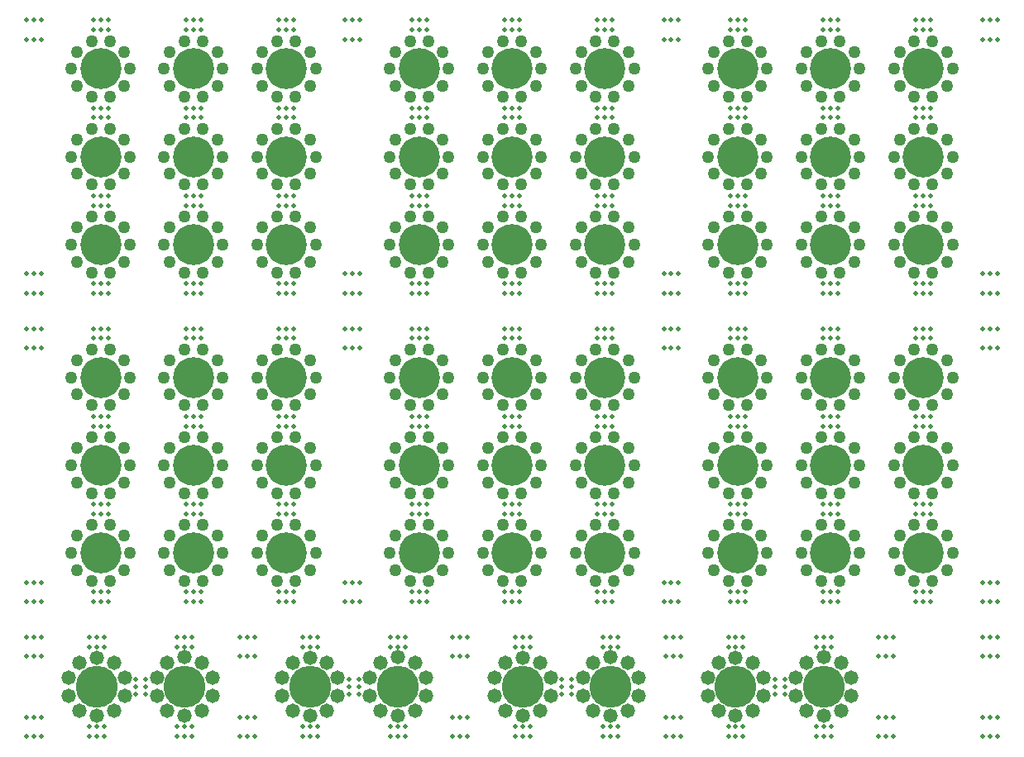
<source format=gts>
G04 #@! TF.GenerationSoftware,KiCad,Pcbnew,7.0.11*
G04 #@! TF.CreationDate,2024-05-30T18:22:35+10:00*
G04 #@! TF.ProjectId,PercPlugPanel_v1.02,50657263-506c-4756-9750-616e656c5f76,rev?*
G04 #@! TF.SameCoordinates,Original*
G04 #@! TF.FileFunction,Soldermask,Top*
G04 #@! TF.FilePolarity,Negative*
%FSLAX46Y46*%
G04 Gerber Fmt 4.6, Leading zero omitted, Abs format (unit mm)*
G04 Created by KiCad (PCBNEW 7.0.11) date 2024-05-30 18:22:35*
%MOMM*%
%LPD*%
G01*
G04 APERTURE LIST*
G04 Aperture macros list*
%AMRoundRect*
0 Rectangle with rounded corners*
0 $1 Rounding radius*
0 $2 $3 $4 $5 $6 $7 $8 $9 X,Y pos of 4 corners*
0 Add a 4 corners polygon primitive as box body*
4,1,4,$2,$3,$4,$5,$6,$7,$8,$9,$2,$3,0*
0 Add four circle primitives for the rounded corners*
1,1,$1+$1,$2,$3*
1,1,$1+$1,$4,$5*
1,1,$1+$1,$6,$7*
1,1,$1+$1,$8,$9*
0 Add four rect primitives between the rounded corners*
20,1,$1+$1,$2,$3,$4,$5,0*
20,1,$1+$1,$4,$5,$6,$7,0*
20,1,$1+$1,$6,$7,$8,$9,0*
20,1,$1+$1,$8,$9,$2,$3,0*%
G04 Aperture macros list end*
%ADD10C,4.303200*%
%ADD11C,1.473200*%
%ADD12C,0.500000*%
%ADD13RoundRect,0.635000X0.000000X0.000000X0.000000X0.000000X0.000000X0.000000X0.000000X0.000000X0*%
%ADD14RoundRect,2.100000X0.000000X0.000000X0.000000X0.000000X0.000000X0.000000X0.000000X0.000000X0*%
G04 APERTURE END LIST*
D10*
X134002058Y-119295247D03*
X125004521Y-119299997D03*
X112202058Y-119295247D03*
X103204521Y-119299997D03*
X90402058Y-119295247D03*
X81404521Y-119299997D03*
D11*
X87548890Y-120222297D03*
X88638705Y-121722297D03*
X90402058Y-122295247D03*
X92165411Y-121722297D03*
X93255226Y-120222297D03*
X93255226Y-118368197D03*
X92165411Y-116868197D03*
X90402058Y-116295247D03*
X88638705Y-116868197D03*
X87548890Y-118368197D03*
D10*
X68602058Y-119295247D03*
D11*
X62457689Y-118372947D03*
X61367874Y-116872947D03*
X59604521Y-116299997D03*
X57841168Y-116872947D03*
X56751353Y-118372947D03*
X56751353Y-120227047D03*
X57841168Y-121727047D03*
X59604521Y-122299997D03*
X61367874Y-121727047D03*
X62457689Y-120227047D03*
D10*
X59604521Y-119299997D03*
D12*
X78239999Y-101600000D03*
X78239999Y-100600000D03*
X79759999Y-101600000D03*
X78999999Y-100600000D03*
X78999999Y-101600000D03*
X79759999Y-100600000D03*
D13*
X68572950Y-62146832D03*
X67072950Y-63236647D03*
X66500000Y-65000000D03*
X67072950Y-66763353D03*
X68572950Y-67853168D03*
X70427050Y-67853168D03*
X71927050Y-66763353D03*
X72500000Y-65000000D03*
X71927050Y-63236647D03*
X70427050Y-62146832D03*
D14*
X69500000Y-65000000D03*
D12*
X102099999Y-110600000D03*
X102859999Y-109600000D03*
X102099999Y-109600000D03*
X101339999Y-109600000D03*
X101339999Y-110600000D03*
X102859999Y-110600000D03*
D13*
X143272950Y-71146832D03*
X141772950Y-72236647D03*
X141200000Y-74000000D03*
X141772950Y-75763353D03*
X143272950Y-76853168D03*
X145127050Y-76853168D03*
X146627050Y-75763353D03*
X147200000Y-74000000D03*
X146627050Y-72236647D03*
X145127050Y-71146832D03*
D14*
X144200000Y-74000000D03*
D12*
X125200000Y-109600000D03*
X125960000Y-109600000D03*
X125200000Y-110600000D03*
X124440000Y-110600000D03*
X124440000Y-109600000D03*
X125960000Y-110600000D03*
D13*
X59072951Y-84746832D03*
X57572951Y-85836647D03*
X57000001Y-87600000D03*
X57572951Y-89363353D03*
X59072951Y-90453168D03*
X60927051Y-90453168D03*
X62427051Y-89363353D03*
X63000001Y-87600000D03*
X62427051Y-85836647D03*
X60927051Y-84746832D03*
D14*
X60000001Y-87600000D03*
D12*
X68602053Y-123395244D03*
X69362053Y-124395244D03*
X67842053Y-124395244D03*
X68602053Y-124395244D03*
X69362053Y-123395244D03*
X67842053Y-123395244D03*
X96040000Y-124400000D03*
X96040000Y-122400000D03*
X97560000Y-124400000D03*
X96800000Y-124400000D03*
X97560000Y-122400000D03*
X96800000Y-122400000D03*
X112359999Y-61000000D03*
X112359999Y-60000000D03*
X110839999Y-61000000D03*
X111599999Y-60000000D03*
X110839999Y-60000000D03*
X111599999Y-61000000D03*
D13*
X101172950Y-93746832D03*
X99672950Y-94836647D03*
X99100000Y-96600000D03*
X99672950Y-98363353D03*
X101172950Y-99453168D03*
X103027050Y-99453168D03*
X104527050Y-98363353D03*
X105100000Y-96600000D03*
X104527050Y-94836647D03*
X103027050Y-93746832D03*
D14*
X102100000Y-96600000D03*
D13*
X124272951Y-84746832D03*
X122772951Y-85836647D03*
X122200001Y-87600000D03*
X122772951Y-89363353D03*
X124272951Y-90453168D03*
X126127051Y-90453168D03*
X127627051Y-89363353D03*
X128200001Y-87600000D03*
X127627051Y-85836647D03*
X126127051Y-84746832D03*
D14*
X125200001Y-87600000D03*
D12*
X69499999Y-52000000D03*
X70259999Y-51000000D03*
X68739999Y-52000000D03*
X68739999Y-51000000D03*
X69499999Y-51000000D03*
X70259999Y-52000000D03*
X90402053Y-114195244D03*
X91162053Y-115195244D03*
X90402053Y-115195244D03*
X91162053Y-114195244D03*
X89642053Y-114195244D03*
X89642053Y-115195244D03*
X59240000Y-83600000D03*
X60760000Y-82600000D03*
X60000000Y-83600000D03*
X60000000Y-82600000D03*
X60760000Y-83600000D03*
X59240000Y-82600000D03*
D13*
X78072950Y-84746832D03*
X76572950Y-85836647D03*
X76000000Y-87600000D03*
X76572950Y-89363353D03*
X78072950Y-90453168D03*
X79927050Y-90453168D03*
X81427050Y-89363353D03*
X82000000Y-87600000D03*
X81427050Y-85836647D03*
X79927050Y-84746832D03*
D14*
X79000000Y-87600000D03*
D12*
X78999999Y-109600000D03*
X78239999Y-110600000D03*
X79759999Y-109600000D03*
X78239999Y-109600000D03*
X79759999Y-110600000D03*
X78999999Y-110600000D03*
D13*
X101172950Y-84746832D03*
X99672950Y-85836647D03*
X99100000Y-87600000D03*
X99672950Y-89363353D03*
X101172950Y-90453168D03*
X103027050Y-90453168D03*
X104527050Y-89363353D03*
X105100000Y-87600000D03*
X104527050Y-85836647D03*
X103027050Y-84746832D03*
D14*
X102100000Y-87600000D03*
D12*
X68739999Y-60000000D03*
X70259999Y-60000000D03*
X68739999Y-61000000D03*
X69499999Y-60000000D03*
X69499999Y-61000000D03*
X70259999Y-61000000D03*
X75760000Y-114200000D03*
X75000000Y-116200000D03*
X74240000Y-114200000D03*
X75760000Y-116200000D03*
X74240000Y-116200000D03*
X75000000Y-114200000D03*
X133939999Y-92600000D03*
X134699999Y-92600000D03*
X134699999Y-91600000D03*
X135459999Y-91600000D03*
X133939999Y-91600000D03*
X135459999Y-92600000D03*
X144199999Y-70000000D03*
X144959999Y-70000000D03*
X143439999Y-69000000D03*
X143439999Y-70000000D03*
X144199999Y-69000000D03*
X144959999Y-69000000D03*
X125200000Y-100600000D03*
X124440000Y-101600000D03*
X125200000Y-101600000D03*
X125960000Y-101600000D03*
X125960000Y-100600000D03*
X124440000Y-100600000D03*
X85404526Y-118540000D03*
X86404526Y-118540000D03*
X85404526Y-120060000D03*
X86404526Y-120060000D03*
X86404526Y-119300000D03*
X85404526Y-119300000D03*
X110839999Y-70000000D03*
X112359999Y-70000000D03*
X111599999Y-69000000D03*
X111599999Y-70000000D03*
X112359999Y-69000000D03*
X110839999Y-69000000D03*
D13*
X133772950Y-71146832D03*
X132272950Y-72236647D03*
X131700000Y-74000000D03*
X132272950Y-75763353D03*
X133772950Y-76853168D03*
X135627050Y-76853168D03*
X137127050Y-75763353D03*
X137700000Y-74000000D03*
X137127050Y-72236647D03*
X135627050Y-71146832D03*
D14*
X134700000Y-74000000D03*
D13*
X78072950Y-93746832D03*
X76572950Y-94836647D03*
X76000000Y-96600000D03*
X76572950Y-98363353D03*
X78072950Y-99453168D03*
X79927050Y-99453168D03*
X81427050Y-98363353D03*
X82000000Y-96600000D03*
X81427050Y-94836647D03*
X79927050Y-93746832D03*
D14*
X79000000Y-96600000D03*
D12*
X144199999Y-92600000D03*
X144199999Y-91600000D03*
X143439999Y-91600000D03*
X144959999Y-92600000D03*
X143439999Y-92600000D03*
X144959999Y-91600000D03*
X133939999Y-79000000D03*
X133939999Y-78000000D03*
X135459999Y-79000000D03*
X135459999Y-78000000D03*
X134699999Y-79000000D03*
X134699999Y-78000000D03*
X79759999Y-60000000D03*
X79759999Y-61000000D03*
X78239999Y-60000000D03*
X78999999Y-60000000D03*
X78239999Y-61000000D03*
X78999999Y-61000000D03*
X70259999Y-92600000D03*
X69499999Y-91600000D03*
X68739999Y-92600000D03*
X70259999Y-91600000D03*
X69499999Y-92600000D03*
X68739999Y-91600000D03*
D11*
X127857689Y-118372947D03*
X126767874Y-116872947D03*
X125004521Y-116299997D03*
X123241168Y-116872947D03*
X122151353Y-118372947D03*
X122151353Y-120227047D03*
X123241168Y-121727047D03*
X125004521Y-122299997D03*
X126767874Y-121727047D03*
X127857689Y-120227047D03*
D13*
X143272950Y-53146832D03*
X141772950Y-54236647D03*
X141200000Y-56000000D03*
X141772950Y-57763353D03*
X143272950Y-58853168D03*
X145127050Y-58853168D03*
X146627050Y-57763353D03*
X147200000Y-56000000D03*
X146627050Y-54236647D03*
X145127050Y-53146832D03*
D14*
X144200000Y-56000000D03*
D12*
X144199999Y-52000000D03*
X143439999Y-51000000D03*
X144959999Y-51000000D03*
X143439999Y-52000000D03*
X144199999Y-51000000D03*
X144959999Y-52000000D03*
D13*
X124272951Y-53146832D03*
X122772951Y-54236647D03*
X122200001Y-56000000D03*
X122772951Y-57763353D03*
X124272951Y-58853168D03*
X126127051Y-58853168D03*
X127627051Y-57763353D03*
X128200001Y-56000000D03*
X127627051Y-54236647D03*
X126127051Y-53146832D03*
D14*
X125200001Y-56000000D03*
D12*
X60000000Y-92600000D03*
X60760000Y-91600000D03*
X59240000Y-92600000D03*
X60000000Y-91600000D03*
X60760000Y-92600000D03*
X59240000Y-91600000D03*
D13*
X124272951Y-62146832D03*
X122772951Y-63236647D03*
X122200001Y-65000000D03*
X122772951Y-66763353D03*
X124272951Y-67853168D03*
X126127051Y-67853168D03*
X127627051Y-66763353D03*
X128200001Y-65000000D03*
X127627051Y-63236647D03*
X126127051Y-62146832D03*
D14*
X125200001Y-65000000D03*
D13*
X91672951Y-93746832D03*
X90172951Y-94836647D03*
X89600001Y-96600000D03*
X90172951Y-98363353D03*
X91672951Y-99453168D03*
X93527051Y-99453168D03*
X95027051Y-98363353D03*
X95600001Y-96600000D03*
X95027051Y-94836647D03*
X93527051Y-93746832D03*
D14*
X92600001Y-96600000D03*
D13*
X133772950Y-93746832D03*
X132272950Y-94836647D03*
X131700000Y-96600000D03*
X132272950Y-98363353D03*
X133772950Y-99453168D03*
X135627050Y-99453168D03*
X137127050Y-98363353D03*
X137700000Y-96600000D03*
X137127050Y-94836647D03*
X135627050Y-93746832D03*
D14*
X134700000Y-96600000D03*
D13*
X143272950Y-102746832D03*
X141772950Y-103836647D03*
X141200000Y-105600000D03*
X141772950Y-107363353D03*
X143272950Y-108453168D03*
X145127050Y-108453168D03*
X146627050Y-107363353D03*
X147200000Y-105600000D03*
X146627050Y-103836647D03*
X145127050Y-102746832D03*
D14*
X144200000Y-105600000D03*
D12*
X103964526Y-115200000D03*
X102444526Y-115200000D03*
X103964526Y-114200000D03*
X103204526Y-114200000D03*
X102444526Y-114200000D03*
X103204526Y-115200000D03*
X135459999Y-101600000D03*
X133939999Y-101600000D03*
X134699999Y-100600000D03*
X135459999Y-100600000D03*
X133939999Y-100600000D03*
X134699999Y-101600000D03*
X91840000Y-79000000D03*
X92600000Y-79000000D03*
X93360000Y-79000000D03*
X93360000Y-78000000D03*
X91840000Y-78000000D03*
X92600000Y-78000000D03*
X78999999Y-91600000D03*
X79759999Y-92600000D03*
X79759999Y-91600000D03*
X78999999Y-92600000D03*
X78239999Y-91600000D03*
X78239999Y-92600000D03*
D13*
X133772950Y-62146832D03*
X132272950Y-63236647D03*
X131700000Y-65000000D03*
X132272950Y-66763353D03*
X133772950Y-67853168D03*
X135627050Y-67853168D03*
X137127050Y-66763353D03*
X137700000Y-65000000D03*
X137127050Y-63236647D03*
X135627050Y-62146832D03*
D14*
X134700000Y-65000000D03*
D12*
X70259999Y-101600000D03*
X69499999Y-100600000D03*
X68739999Y-101600000D03*
X70259999Y-100600000D03*
X69499999Y-101600000D03*
X68739999Y-100600000D03*
D11*
X106057689Y-118372947D03*
X104967874Y-116872947D03*
X103204521Y-116299997D03*
X101441168Y-116872947D03*
X100351353Y-118372947D03*
X100351353Y-120227047D03*
X101441168Y-121727047D03*
X103204521Y-122299997D03*
X104967874Y-121727047D03*
X106057689Y-120227047D03*
D13*
X124272951Y-71146832D03*
X122772951Y-72236647D03*
X122200001Y-74000000D03*
X122772951Y-75763353D03*
X124272951Y-76853168D03*
X126127051Y-76853168D03*
X127627051Y-75763353D03*
X128200001Y-74000000D03*
X127627051Y-72236647D03*
X126127051Y-71146832D03*
D14*
X125200001Y-74000000D03*
D12*
X102859999Y-79000000D03*
X101339999Y-78000000D03*
X101339999Y-79000000D03*
X102859999Y-78000000D03*
X102099999Y-78000000D03*
X102099999Y-79000000D03*
X69499999Y-69000000D03*
X70259999Y-70000000D03*
X68739999Y-69000000D03*
X68739999Y-70000000D03*
X70259999Y-69000000D03*
X69499999Y-70000000D03*
X111599999Y-83600000D03*
X111599999Y-82600000D03*
X110839999Y-83600000D03*
X112359999Y-83600000D03*
X110839999Y-82600000D03*
X112359999Y-82600000D03*
X112359999Y-92600000D03*
X112359999Y-91600000D03*
X111599999Y-91600000D03*
X110839999Y-91600000D03*
X110839999Y-92600000D03*
X111599999Y-92600000D03*
X91840000Y-60000000D03*
X93360000Y-60000000D03*
X92600000Y-60000000D03*
X93360000Y-61000000D03*
X92600000Y-61000000D03*
X91840000Y-61000000D03*
X93360000Y-100600000D03*
X92600000Y-101600000D03*
X93360000Y-101600000D03*
X92600000Y-100600000D03*
X91840000Y-101600000D03*
X91840000Y-100600000D03*
X144199999Y-82600000D03*
X143439999Y-82600000D03*
X143439999Y-83600000D03*
X144959999Y-82600000D03*
X144959999Y-83600000D03*
X144199999Y-83600000D03*
X60364526Y-123400000D03*
X58844526Y-123400000D03*
X60364526Y-124400000D03*
X59604526Y-123400000D03*
X59604526Y-124400000D03*
X58844526Y-124400000D03*
X117640000Y-53000000D03*
X118400000Y-53000000D03*
X118400000Y-51000000D03*
X117640000Y-51000000D03*
X119160000Y-53000000D03*
X119160000Y-51000000D03*
D13*
X133772950Y-102746832D03*
X132272950Y-103836647D03*
X131700000Y-105600000D03*
X132272950Y-107363353D03*
X133772950Y-108453168D03*
X135627050Y-108453168D03*
X137127050Y-107363353D03*
X137700000Y-105600000D03*
X137127050Y-103836647D03*
X135627050Y-102746832D03*
D14*
X134700000Y-105600000D03*
D12*
X125960000Y-91600000D03*
X124440000Y-92600000D03*
X125960000Y-92600000D03*
X125200000Y-91600000D03*
X125200000Y-92600000D03*
X124440000Y-91600000D03*
D13*
X110672950Y-62146832D03*
X109172950Y-63236647D03*
X108600000Y-65000000D03*
X109172950Y-66763353D03*
X110672950Y-67853168D03*
X112527050Y-67853168D03*
X114027050Y-66763353D03*
X114600000Y-65000000D03*
X114027050Y-63236647D03*
X112527050Y-62146832D03*
D14*
X111600000Y-65000000D03*
D13*
X91672951Y-102746832D03*
X90172951Y-103836647D03*
X89600001Y-105600000D03*
X90172951Y-107363353D03*
X91672951Y-108453168D03*
X93527051Y-108453168D03*
X95027051Y-107363353D03*
X95600001Y-105600000D03*
X95027051Y-103836647D03*
X93527051Y-102746832D03*
D14*
X92600001Y-105600000D03*
D12*
X119360000Y-114200000D03*
X119360000Y-116200000D03*
X117840000Y-114200000D03*
X117840000Y-116200000D03*
X118600000Y-116200000D03*
X118600000Y-114200000D03*
D11*
X131148890Y-120222297D03*
X132238705Y-121722297D03*
X134002058Y-122295247D03*
X135765411Y-121722297D03*
X136855226Y-120222297D03*
X136855226Y-118368197D03*
X135765411Y-116868197D03*
X134002058Y-116295247D03*
X132238705Y-116868197D03*
X131148890Y-118368197D03*
D13*
X110672950Y-53146832D03*
X109172950Y-54236647D03*
X108600000Y-56000000D03*
X109172950Y-57763353D03*
X110672950Y-58853168D03*
X112527050Y-58853168D03*
X114027050Y-57763353D03*
X114600000Y-56000000D03*
X114027050Y-54236647D03*
X112527050Y-53146832D03*
D14*
X111600000Y-56000000D03*
D13*
X91672951Y-71146832D03*
X90172951Y-72236647D03*
X89600001Y-74000000D03*
X90172951Y-75763353D03*
X91672951Y-76853168D03*
X93527051Y-76853168D03*
X95027051Y-75763353D03*
X95600001Y-74000000D03*
X95027051Y-72236647D03*
X93527051Y-71146832D03*
D14*
X92600001Y-74000000D03*
D12*
X69362053Y-115195244D03*
X68602053Y-114195244D03*
X69362053Y-114195244D03*
X68602053Y-115195244D03*
X67842053Y-115195244D03*
X67842053Y-114195244D03*
X60760000Y-101600000D03*
X59240000Y-100600000D03*
X60000000Y-101600000D03*
X60000000Y-100600000D03*
X60760000Y-100600000D03*
X59240000Y-101600000D03*
X78239999Y-78000000D03*
X78999999Y-78000000D03*
X79759999Y-79000000D03*
X78239999Y-79000000D03*
X79759999Y-78000000D03*
X78999999Y-79000000D03*
X59240000Y-70000000D03*
X60760000Y-69000000D03*
X60000000Y-70000000D03*
X59240000Y-69000000D03*
X60000000Y-69000000D03*
X60760000Y-70000000D03*
X78999999Y-70000000D03*
X79759999Y-70000000D03*
X79759999Y-69000000D03*
X78999999Y-69000000D03*
X78239999Y-70000000D03*
X78239999Y-69000000D03*
X125200000Y-61000000D03*
X125960000Y-61000000D03*
X124440000Y-61000000D03*
X125200000Y-60000000D03*
X125960000Y-60000000D03*
X124440000Y-60000000D03*
D13*
X68572950Y-84746832D03*
X67072950Y-85836647D03*
X66500000Y-87600000D03*
X67072950Y-89363353D03*
X68572950Y-90453168D03*
X70427050Y-90453168D03*
X71927050Y-89363353D03*
X72500000Y-87600000D03*
X71927050Y-85836647D03*
X70427050Y-84746832D03*
D14*
X69500000Y-87600000D03*
D12*
X124244526Y-114200000D03*
X125764526Y-114200000D03*
X125764526Y-115200000D03*
X125004526Y-114200000D03*
X124244526Y-115200000D03*
X125004526Y-115200000D03*
X52440000Y-82600000D03*
X52440000Y-84600000D03*
X53960000Y-82600000D03*
X53200000Y-84600000D03*
X53200000Y-82600000D03*
X53960000Y-84600000D03*
X150240000Y-53000000D03*
X151760000Y-53000000D03*
X150240000Y-51000000D03*
X151000000Y-51000000D03*
X151000000Y-53000000D03*
X151760000Y-51000000D03*
X133939999Y-69000000D03*
X134699999Y-69000000D03*
X134699999Y-70000000D03*
X135459999Y-69000000D03*
X135459999Y-70000000D03*
X133939999Y-70000000D03*
X102859999Y-83600000D03*
X102099999Y-82600000D03*
X102099999Y-83600000D03*
X101339999Y-82600000D03*
X102859999Y-82600000D03*
X101339999Y-83600000D03*
D13*
X59072951Y-71146832D03*
X57572951Y-72236647D03*
X57000001Y-74000000D03*
X57572951Y-75763353D03*
X59072951Y-76853168D03*
X60927051Y-76853168D03*
X62427051Y-75763353D03*
X63000001Y-74000000D03*
X62427051Y-72236647D03*
X60927051Y-71146832D03*
D14*
X60000001Y-74000000D03*
D13*
X101172950Y-102746832D03*
X99672950Y-103836647D03*
X99100000Y-105600000D03*
X99672950Y-107363353D03*
X101172950Y-108453168D03*
X103027050Y-108453168D03*
X104527050Y-107363353D03*
X105100000Y-105600000D03*
X104527050Y-103836647D03*
X103027050Y-102746832D03*
D14*
X102100000Y-105600000D03*
D13*
X133772950Y-53146832D03*
X132272950Y-54236647D03*
X131700000Y-56000000D03*
X132272950Y-57763353D03*
X133772950Y-58853168D03*
X135627050Y-58853168D03*
X137127050Y-57763353D03*
X137700000Y-56000000D03*
X137127050Y-54236647D03*
X135627050Y-53146832D03*
D14*
X134700000Y-56000000D03*
D12*
X64604526Y-120060000D03*
X63604526Y-120060000D03*
X64604526Y-119300000D03*
X64604526Y-118540000D03*
X63604526Y-118540000D03*
X63604526Y-119300000D03*
D11*
X84257689Y-118372947D03*
X83167874Y-116872947D03*
X81404521Y-116299997D03*
X79641168Y-116872947D03*
X78551353Y-118372947D03*
X78551353Y-120227047D03*
X79641168Y-121727047D03*
X81404521Y-122299997D03*
X83167874Y-121727047D03*
X84257689Y-120227047D03*
D12*
X133939999Y-83600000D03*
X135459999Y-82600000D03*
X135459999Y-83600000D03*
X134699999Y-82600000D03*
X134699999Y-83600000D03*
X133939999Y-82600000D03*
X53960000Y-79000000D03*
X53200000Y-79000000D03*
X53960000Y-77000000D03*
X52440000Y-79000000D03*
X52440000Y-77000000D03*
X53200000Y-77000000D03*
D13*
X124272951Y-102746832D03*
X122772951Y-103836647D03*
X122200001Y-105600000D03*
X122772951Y-107363353D03*
X124272951Y-108453168D03*
X126127051Y-108453168D03*
X127627051Y-107363353D03*
X128200001Y-105600000D03*
X127627051Y-103836647D03*
X126127051Y-102746832D03*
D14*
X125200001Y-105600000D03*
D12*
X112359999Y-51000000D03*
X110839999Y-51000000D03*
X112359999Y-52000000D03*
X110839999Y-52000000D03*
X111599999Y-52000000D03*
X111599999Y-51000000D03*
X93360000Y-69000000D03*
X91840000Y-70000000D03*
X92600000Y-69000000D03*
X91840000Y-69000000D03*
X93360000Y-70000000D03*
X92600000Y-70000000D03*
D13*
X59072951Y-53146832D03*
X57572951Y-54236647D03*
X57000001Y-56000000D03*
X57572951Y-57763353D03*
X59072951Y-58853168D03*
X60927051Y-58853168D03*
X62427051Y-57763353D03*
X63000001Y-56000000D03*
X62427051Y-54236647D03*
X60927051Y-53146832D03*
D14*
X60000001Y-56000000D03*
D13*
X91672951Y-53146832D03*
X90172951Y-54236647D03*
X89600001Y-56000000D03*
X90172951Y-57763353D03*
X91672951Y-58853168D03*
X93527051Y-58853168D03*
X95027051Y-57763353D03*
X95600001Y-56000000D03*
X95027051Y-54236647D03*
X93527051Y-53146832D03*
D14*
X92600001Y-56000000D03*
D12*
X68739999Y-109600000D03*
X70259999Y-109600000D03*
X70259999Y-110600000D03*
X69499999Y-109600000D03*
X69499999Y-110600000D03*
X68739999Y-110600000D03*
X60000000Y-78000000D03*
X60760000Y-78000000D03*
X59240000Y-79000000D03*
X60000000Y-79000000D03*
X59240000Y-78000000D03*
X60760000Y-79000000D03*
X110839999Y-110600000D03*
X111599999Y-109600000D03*
X111599999Y-110600000D03*
X112359999Y-109600000D03*
X112359999Y-110600000D03*
X110839999Y-109600000D03*
X112202053Y-124395244D03*
X112962053Y-123395244D03*
X112962053Y-124395244D03*
X112202053Y-123395244D03*
X111442053Y-123395244D03*
X111442053Y-124395244D03*
X69499999Y-79000000D03*
X70259999Y-78000000D03*
X68739999Y-79000000D03*
X70259999Y-79000000D03*
X68739999Y-78000000D03*
X69499999Y-78000000D03*
X135459999Y-110600000D03*
X134699999Y-110600000D03*
X134699999Y-109600000D03*
X133939999Y-110600000D03*
X135459999Y-109600000D03*
X133939999Y-109600000D03*
X144959999Y-100600000D03*
X144199999Y-100600000D03*
X144199999Y-101600000D03*
X143439999Y-101600000D03*
X144959999Y-101600000D03*
X143439999Y-100600000D03*
D13*
X78072950Y-102746832D03*
X76572950Y-103836647D03*
X76000000Y-105600000D03*
X76572950Y-107363353D03*
X78072950Y-108453168D03*
X79927050Y-108453168D03*
X81427050Y-107363353D03*
X82000000Y-105600000D03*
X81427050Y-103836647D03*
X79927050Y-102746832D03*
D14*
X79000000Y-105600000D03*
D12*
X103964526Y-124400000D03*
X102444526Y-124400000D03*
X103204526Y-124400000D03*
X103964526Y-123400000D03*
X103204526Y-123400000D03*
X102444526Y-123400000D03*
X151760000Y-82600000D03*
X151000000Y-84600000D03*
X150240000Y-84600000D03*
X151000000Y-82600000D03*
X151760000Y-84600000D03*
X150240000Y-82600000D03*
X59240000Y-52000000D03*
X60760000Y-51000000D03*
X60760000Y-52000000D03*
X60000000Y-51000000D03*
X60000000Y-52000000D03*
X59240000Y-51000000D03*
D13*
X68572950Y-93746832D03*
X67072950Y-94836647D03*
X66500000Y-96600000D03*
X67072950Y-98363353D03*
X68572950Y-99453168D03*
X70427050Y-99453168D03*
X71927050Y-98363353D03*
X72500000Y-96600000D03*
X71927050Y-94836647D03*
X70427050Y-93746832D03*
D14*
X69500000Y-96600000D03*
D13*
X59072951Y-102746832D03*
X57572951Y-103836647D03*
X57000001Y-105600000D03*
X57572951Y-107363353D03*
X59072951Y-108453168D03*
X60927051Y-108453168D03*
X62427051Y-107363353D03*
X63000001Y-105600000D03*
X62427051Y-103836647D03*
X60927051Y-102746832D03*
D14*
X60000001Y-105600000D03*
D12*
X151000000Y-116200000D03*
X151760000Y-114200000D03*
X151000000Y-114200000D03*
X150240000Y-114200000D03*
X151760000Y-116200000D03*
X150240000Y-116200000D03*
X102099999Y-91600000D03*
X102859999Y-92600000D03*
X102859999Y-91600000D03*
X101339999Y-91600000D03*
X101339999Y-92600000D03*
X102099999Y-92600000D03*
X86560000Y-51000000D03*
X85800000Y-51000000D03*
X86560000Y-53000000D03*
X85040000Y-53000000D03*
X85040000Y-51000000D03*
X85800000Y-53000000D03*
X125200000Y-70000000D03*
X124440000Y-69000000D03*
X125200000Y-69000000D03*
X125960000Y-69000000D03*
X125960000Y-70000000D03*
X124440000Y-70000000D03*
X134762053Y-124395244D03*
X133242053Y-124395244D03*
X134002053Y-123395244D03*
X134002053Y-124395244D03*
X133242053Y-123395244D03*
X134762053Y-123395244D03*
X101339999Y-52000000D03*
X102859999Y-52000000D03*
X102859999Y-51000000D03*
X102099999Y-52000000D03*
X102099999Y-51000000D03*
X101339999Y-51000000D03*
D13*
X143272950Y-93746832D03*
X141772950Y-94836647D03*
X141200000Y-96600000D03*
X141772950Y-98363353D03*
X143272950Y-99453168D03*
X145127050Y-99453168D03*
X146627050Y-98363353D03*
X147200000Y-96600000D03*
X146627050Y-94836647D03*
X145127050Y-93746832D03*
D14*
X144200000Y-96600000D03*
D12*
X85040000Y-108600000D03*
X86560000Y-108600000D03*
X85800000Y-110600000D03*
X86560000Y-110600000D03*
X85040000Y-110600000D03*
X85800000Y-108600000D03*
X151760000Y-110600000D03*
X150240000Y-110600000D03*
X151760000Y-108600000D03*
X151000000Y-110600000D03*
X150240000Y-108600000D03*
X151000000Y-108600000D03*
X134699999Y-51000000D03*
X135459999Y-51000000D03*
X133939999Y-51000000D03*
X135459999Y-52000000D03*
X133939999Y-52000000D03*
X134699999Y-52000000D03*
X130004526Y-120060000D03*
X130004526Y-118540000D03*
X129004526Y-118540000D03*
X129004526Y-119300000D03*
X130004526Y-119300000D03*
X129004526Y-120060000D03*
X125764526Y-124400000D03*
X125004526Y-123400000D03*
X124244526Y-123400000D03*
X124244526Y-124400000D03*
X125004526Y-124400000D03*
X125764526Y-123400000D03*
D13*
X78072950Y-71146832D03*
X76572950Y-72236647D03*
X76000000Y-74000000D03*
X76572950Y-75763353D03*
X78072950Y-76853168D03*
X79927050Y-76853168D03*
X81427050Y-75763353D03*
X82000000Y-74000000D03*
X81427050Y-72236647D03*
X79927050Y-71146832D03*
D14*
X79000000Y-74000000D03*
D12*
X150240000Y-122400000D03*
X151760000Y-124400000D03*
X151000000Y-122400000D03*
X150240000Y-124400000D03*
X151760000Y-122400000D03*
X151000000Y-124400000D03*
X53960000Y-124400000D03*
X53200000Y-124400000D03*
X52440000Y-122400000D03*
X52440000Y-124400000D03*
X53200000Y-122400000D03*
X53960000Y-122400000D03*
D13*
X124272951Y-93746832D03*
X122772951Y-94836647D03*
X122200001Y-96600000D03*
X122772951Y-98363353D03*
X124272951Y-99453168D03*
X126127051Y-99453168D03*
X127627051Y-98363353D03*
X128200001Y-96600000D03*
X127627051Y-94836647D03*
X126127051Y-93746832D03*
D14*
X125200001Y-96600000D03*
D12*
X144199999Y-60000000D03*
X143439999Y-61000000D03*
X143439999Y-60000000D03*
X144959999Y-61000000D03*
X144199999Y-61000000D03*
X144959999Y-60000000D03*
X134699999Y-61000000D03*
X135459999Y-60000000D03*
X133939999Y-60000000D03*
X134699999Y-60000000D03*
X133939999Y-61000000D03*
X135459999Y-61000000D03*
X85800000Y-82600000D03*
X85800000Y-84600000D03*
X86560000Y-84600000D03*
X86560000Y-82600000D03*
X85040000Y-84600000D03*
X85040000Y-82600000D03*
X141160000Y-122400000D03*
X141160000Y-124400000D03*
X139640000Y-122400000D03*
X139640000Y-124400000D03*
X140400000Y-122400000D03*
X140400000Y-124400000D03*
X110839999Y-79000000D03*
X110839999Y-78000000D03*
X111599999Y-79000000D03*
X112359999Y-79000000D03*
X112359999Y-78000000D03*
X111599999Y-78000000D03*
X89642053Y-123395244D03*
X90402053Y-124395244D03*
X91162053Y-123395244D03*
X89642053Y-124395244D03*
X91162053Y-124395244D03*
X90402053Y-123395244D03*
D13*
X68572950Y-102746832D03*
X67072950Y-103836647D03*
X66500000Y-105600000D03*
X67072950Y-107363353D03*
X68572950Y-108453168D03*
X70427050Y-108453168D03*
X71927050Y-107363353D03*
X72500000Y-105600000D03*
X71927050Y-103836647D03*
X70427050Y-102746832D03*
D14*
X69500000Y-105600000D03*
D12*
X125200000Y-79000000D03*
X125200000Y-78000000D03*
X125960000Y-78000000D03*
X125960000Y-79000000D03*
X124440000Y-79000000D03*
X124440000Y-78000000D03*
D13*
X110672950Y-93746832D03*
X109172950Y-94836647D03*
X108600000Y-96600000D03*
X109172950Y-98363353D03*
X110672950Y-99453168D03*
X112527050Y-99453168D03*
X114027050Y-98363353D03*
X114600000Y-96600000D03*
X114027050Y-94836647D03*
X112527050Y-93746832D03*
D14*
X111600000Y-96600000D03*
D12*
X110839999Y-101600000D03*
X110839999Y-100600000D03*
X112359999Y-100600000D03*
X111599999Y-101600000D03*
X112359999Y-101600000D03*
X111599999Y-100600000D03*
D13*
X133772950Y-84746832D03*
X132272950Y-85836647D03*
X131700000Y-87600000D03*
X132272950Y-89363353D03*
X133772950Y-90453168D03*
X135627050Y-90453168D03*
X137127050Y-89363353D03*
X137700000Y-87600000D03*
X137127050Y-85836647D03*
X135627050Y-84746832D03*
D14*
X134700000Y-87600000D03*
D12*
X80644526Y-114200000D03*
X80644526Y-115200000D03*
X82164526Y-115200000D03*
X82164526Y-114200000D03*
X81404526Y-114200000D03*
X81404526Y-115200000D03*
X70259999Y-82600000D03*
X68739999Y-82600000D03*
X69499999Y-83600000D03*
X68739999Y-83600000D03*
X70259999Y-83600000D03*
X69499999Y-82600000D03*
X111442053Y-115195244D03*
X112202053Y-115195244D03*
X111442053Y-114195244D03*
X112202053Y-114195244D03*
X112962053Y-115195244D03*
X112962053Y-114195244D03*
D13*
X59072951Y-62146832D03*
X57572951Y-63236647D03*
X57000001Y-65000000D03*
X57572951Y-66763353D03*
X59072951Y-67853168D03*
X60927051Y-67853168D03*
X62427051Y-66763353D03*
X63000001Y-65000000D03*
X62427051Y-63236647D03*
X60927051Y-62146832D03*
D14*
X60000001Y-65000000D03*
D13*
X68572950Y-53146832D03*
X67072950Y-54236647D03*
X66500000Y-56000000D03*
X67072950Y-57763353D03*
X68572950Y-58853168D03*
X70427050Y-58853168D03*
X71927050Y-57763353D03*
X72500000Y-56000000D03*
X71927050Y-54236647D03*
X70427050Y-53146832D03*
D14*
X69500000Y-56000000D03*
D12*
X118400000Y-77000000D03*
X117640000Y-79000000D03*
X117640000Y-77000000D03*
X119160000Y-79000000D03*
X118400000Y-79000000D03*
X119160000Y-77000000D03*
X101339999Y-100600000D03*
X102099999Y-101600000D03*
X101339999Y-101600000D03*
X102859999Y-100600000D03*
X102859999Y-101600000D03*
X102099999Y-100600000D03*
D13*
X59072951Y-93746832D03*
X57572951Y-94836647D03*
X57000001Y-96600000D03*
X57572951Y-98363353D03*
X59072951Y-99453168D03*
X60927051Y-99453168D03*
X62427051Y-98363353D03*
X63000001Y-96600000D03*
X62427051Y-94836647D03*
X60927051Y-93746832D03*
D14*
X60000001Y-96600000D03*
D12*
X150240000Y-77000000D03*
X151760000Y-77000000D03*
X150240000Y-79000000D03*
X151000000Y-79000000D03*
X151000000Y-77000000D03*
X151760000Y-79000000D03*
X108204526Y-118540000D03*
X107204526Y-119300000D03*
X107204526Y-118540000D03*
X108204526Y-119300000D03*
X108204526Y-120060000D03*
X107204526Y-120060000D03*
X140400000Y-116200000D03*
X139640000Y-114200000D03*
X141160000Y-116200000D03*
X139640000Y-116200000D03*
X141160000Y-114200000D03*
X140400000Y-114200000D03*
X85040000Y-77000000D03*
X86560000Y-77000000D03*
X85800000Y-79000000D03*
X86560000Y-79000000D03*
X85040000Y-79000000D03*
X85800000Y-77000000D03*
D11*
X65748890Y-120222297D03*
X66838705Y-121722297D03*
X68602058Y-122295247D03*
X70365411Y-121722297D03*
X71455226Y-120222297D03*
X71455226Y-118368197D03*
X70365411Y-116868197D03*
X68602058Y-116295247D03*
X66838705Y-116868197D03*
X65748890Y-118368197D03*
D13*
X143272950Y-84746832D03*
X141772950Y-85836647D03*
X141200000Y-87600000D03*
X141772950Y-89363353D03*
X143272950Y-90453168D03*
X145127050Y-90453168D03*
X146627050Y-89363353D03*
X147200000Y-87600000D03*
X146627050Y-85836647D03*
X145127050Y-84746832D03*
D14*
X144200000Y-87600000D03*
D12*
X144959999Y-109600000D03*
X144199999Y-109600000D03*
X143439999Y-110600000D03*
X143439999Y-109600000D03*
X144959999Y-110600000D03*
X144199999Y-110600000D03*
X93360000Y-110600000D03*
X93360000Y-109600000D03*
X92600000Y-109600000D03*
X91840000Y-109600000D03*
X92600000Y-110600000D03*
X91840000Y-110600000D03*
D13*
X110672950Y-84746832D03*
X109172950Y-85836647D03*
X108600000Y-87600000D03*
X109172950Y-89363353D03*
X110672950Y-90453168D03*
X112527050Y-90453168D03*
X114027050Y-89363353D03*
X114600000Y-87600000D03*
X114027050Y-85836647D03*
X112527050Y-84746832D03*
D14*
X111600000Y-87600000D03*
D12*
X101339999Y-69000000D03*
X102099999Y-69000000D03*
X102099999Y-70000000D03*
X101339999Y-70000000D03*
X102859999Y-69000000D03*
X102859999Y-70000000D03*
X80644526Y-123400000D03*
X81404526Y-124400000D03*
X80644526Y-124400000D03*
X82164526Y-124400000D03*
X81404526Y-123400000D03*
X82164526Y-123400000D03*
X118400000Y-82600000D03*
X119160000Y-82600000D03*
X119160000Y-84600000D03*
X117640000Y-82600000D03*
X117640000Y-84600000D03*
X118400000Y-84600000D03*
X53200000Y-51000000D03*
X53200000Y-53000000D03*
X53960000Y-53000000D03*
X52440000Y-53000000D03*
X53960000Y-51000000D03*
X52440000Y-51000000D03*
D13*
X143272950Y-62146832D03*
X141772950Y-63236647D03*
X141200000Y-65000000D03*
X141772950Y-66763353D03*
X143272950Y-67853168D03*
X145127050Y-67853168D03*
X146627050Y-66763353D03*
X147200000Y-65000000D03*
X146627050Y-63236647D03*
X145127050Y-62146832D03*
D14*
X144200000Y-65000000D03*
D13*
X78072950Y-62146832D03*
X76572950Y-63236647D03*
X76000000Y-65000000D03*
X76572950Y-66763353D03*
X78072950Y-67853168D03*
X79927050Y-67853168D03*
X81427050Y-66763353D03*
X82000000Y-65000000D03*
X81427050Y-63236647D03*
X79927050Y-62146832D03*
D14*
X79000000Y-65000000D03*
D13*
X101172950Y-71146832D03*
X99672950Y-72236647D03*
X99100000Y-74000000D03*
X99672950Y-75763353D03*
X101172950Y-76853168D03*
X103027050Y-76853168D03*
X104527050Y-75763353D03*
X105100000Y-74000000D03*
X104527050Y-72236647D03*
X103027050Y-71146832D03*
D14*
X102100000Y-74000000D03*
D13*
X110672950Y-102746832D03*
X109172950Y-103836647D03*
X108600000Y-105600000D03*
X109172950Y-107363353D03*
X110672950Y-108453168D03*
X112527050Y-108453168D03*
X114027050Y-107363353D03*
X114600000Y-105600000D03*
X114027050Y-103836647D03*
X112527050Y-102746832D03*
D14*
X111600000Y-105600000D03*
D13*
X91672951Y-62146832D03*
X90172951Y-63236647D03*
X89600001Y-65000000D03*
X90172951Y-66763353D03*
X91672951Y-67853168D03*
X93527051Y-67853168D03*
X95027051Y-66763353D03*
X95600001Y-65000000D03*
X95027051Y-63236647D03*
X93527051Y-62146832D03*
D14*
X92600001Y-65000000D03*
D12*
X119360000Y-124400000D03*
X119360000Y-122400000D03*
X118600000Y-124400000D03*
X117840000Y-122400000D03*
X117840000Y-124400000D03*
X118600000Y-122400000D03*
X101339999Y-61000000D03*
X102099999Y-61000000D03*
X102099999Y-60000000D03*
X102859999Y-61000000D03*
X101339999Y-60000000D03*
X102859999Y-60000000D03*
X91840000Y-51000000D03*
X93360000Y-51000000D03*
X93360000Y-52000000D03*
X92600000Y-51000000D03*
X91840000Y-52000000D03*
X92600000Y-52000000D03*
D11*
X109348890Y-120222297D03*
X110438705Y-121722297D03*
X112202058Y-122295247D03*
X113965411Y-121722297D03*
X115055226Y-120222297D03*
X115055226Y-118368197D03*
X113965411Y-116868197D03*
X112202058Y-116295247D03*
X110438705Y-116868197D03*
X109348890Y-118368197D03*
D12*
X60760000Y-110600000D03*
X59240000Y-110600000D03*
X60000000Y-109600000D03*
X59240000Y-109600000D03*
X60760000Y-109600000D03*
X60000000Y-110600000D03*
X52440000Y-108600000D03*
X53200000Y-108600000D03*
X52440000Y-110600000D03*
X53960000Y-110600000D03*
X53200000Y-110600000D03*
X53960000Y-108600000D03*
X53200000Y-114200000D03*
X52440000Y-116200000D03*
X52440000Y-114200000D03*
X53200000Y-116200000D03*
X53960000Y-116200000D03*
X53960000Y-114200000D03*
D13*
X78072950Y-53146832D03*
X76572950Y-54236647D03*
X76000000Y-56000000D03*
X76572950Y-57763353D03*
X78072950Y-58853168D03*
X79927050Y-58853168D03*
X81427050Y-57763353D03*
X82000000Y-56000000D03*
X81427050Y-54236647D03*
X79927050Y-53146832D03*
D14*
X79000000Y-56000000D03*
D13*
X91672951Y-84746832D03*
X90172951Y-85836647D03*
X89600001Y-87600000D03*
X90172951Y-89363353D03*
X91672951Y-90453168D03*
X93527051Y-90453168D03*
X95027051Y-89363353D03*
X95600001Y-87600000D03*
X95027051Y-85836647D03*
X93527051Y-84746832D03*
D14*
X92600001Y-87600000D03*
D12*
X125200000Y-52000000D03*
X125960000Y-51000000D03*
X125200000Y-51000000D03*
X125960000Y-52000000D03*
X124440000Y-52000000D03*
X124440000Y-51000000D03*
D13*
X110672950Y-71146832D03*
X109172950Y-72236647D03*
X108600000Y-74000000D03*
X109172950Y-75763353D03*
X110672950Y-76853168D03*
X112527050Y-76853168D03*
X114027050Y-75763353D03*
X114600000Y-74000000D03*
X114027050Y-72236647D03*
X112527050Y-71146832D03*
D14*
X111600000Y-74000000D03*
D13*
X101172950Y-62146832D03*
X99672950Y-63236647D03*
X99100000Y-65000000D03*
X99672950Y-66763353D03*
X101172950Y-67853168D03*
X103027050Y-67853168D03*
X104527050Y-66763353D03*
X105100000Y-65000000D03*
X104527050Y-63236647D03*
X103027050Y-62146832D03*
D14*
X102100000Y-65000000D03*
D12*
X93360000Y-83600000D03*
X91840000Y-83600000D03*
X91840000Y-82600000D03*
X93360000Y-82600000D03*
X92600000Y-82600000D03*
X92600000Y-83600000D03*
D13*
X101172950Y-53146832D03*
X99672950Y-54236647D03*
X99100000Y-56000000D03*
X99672950Y-57763353D03*
X101172950Y-58853168D03*
X103027050Y-58853168D03*
X104527050Y-57763353D03*
X105100000Y-56000000D03*
X104527050Y-54236647D03*
X103027050Y-53146832D03*
D14*
X102100000Y-56000000D03*
D12*
X96040000Y-114200000D03*
X97560000Y-114200000D03*
X96800000Y-114200000D03*
X97560000Y-116200000D03*
X96040000Y-116200000D03*
X96800000Y-116200000D03*
X79759999Y-82600000D03*
X78239999Y-82600000D03*
X78239999Y-83600000D03*
X79759999Y-83600000D03*
X78999999Y-82600000D03*
X78999999Y-83600000D03*
X92600000Y-92600000D03*
X91840000Y-92600000D03*
X91840000Y-91600000D03*
X93360000Y-91600000D03*
X92600000Y-91600000D03*
X93360000Y-92600000D03*
X60000000Y-60000000D03*
X59240000Y-60000000D03*
X60000000Y-61000000D03*
X60760000Y-60000000D03*
X59240000Y-61000000D03*
X60760000Y-61000000D03*
X133242053Y-115195244D03*
X134762053Y-114195244D03*
X134762053Y-115195244D03*
X134002053Y-114195244D03*
X133242053Y-114195244D03*
X134002053Y-115195244D03*
D13*
X68572950Y-71146832D03*
X67072950Y-72236647D03*
X66500000Y-74000000D03*
X67072950Y-75763353D03*
X68572950Y-76853168D03*
X70427050Y-76853168D03*
X71927050Y-75763353D03*
X72500000Y-74000000D03*
X71927050Y-72236647D03*
X70427050Y-71146832D03*
D14*
X69500000Y-74000000D03*
D12*
X59604526Y-115200000D03*
X58844526Y-114200000D03*
X59604526Y-114200000D03*
X60364526Y-114200000D03*
X58844526Y-115200000D03*
X60364526Y-115200000D03*
X75000000Y-122400000D03*
X74240000Y-122400000D03*
X75760000Y-122400000D03*
X74240000Y-124400000D03*
X75760000Y-124400000D03*
X75000000Y-124400000D03*
X119160000Y-108600000D03*
X118400000Y-110600000D03*
X117640000Y-108600000D03*
X117640000Y-110600000D03*
X118400000Y-108600000D03*
X119160000Y-110600000D03*
X78239999Y-51000000D03*
X78999999Y-51000000D03*
X78239999Y-52000000D03*
X78999999Y-52000000D03*
X79759999Y-51000000D03*
X79759999Y-52000000D03*
X124440000Y-83600000D03*
X125960000Y-82600000D03*
X124440000Y-82600000D03*
X125200000Y-82600000D03*
X125200000Y-83600000D03*
X125960000Y-83600000D03*
X143439999Y-78000000D03*
X144959999Y-79000000D03*
X144199999Y-79000000D03*
X143439999Y-79000000D03*
X144959999Y-78000000D03*
X144199999Y-78000000D03*
M02*

</source>
